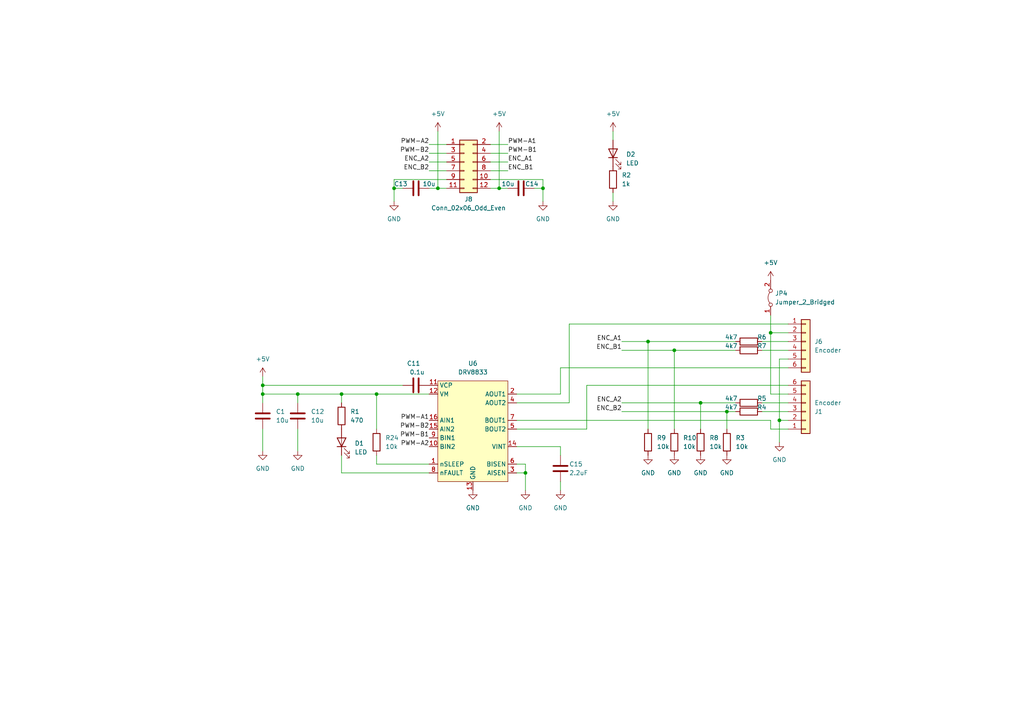
<source format=kicad_sch>
(kicad_sch (version 20230121) (generator eeschema)
  (paper "A4")
  (lib_symbols
    (symbol "B.B-rescue:C-Device-B.B-rescue-B.B-rescue" (pin_numbers hide) (pin_names (offset 0.254))
      (property "Reference" "C" (at 0.635 2.54 0))
      (property "Value" "C-Device-B.B-rescue-B.B-rescue" (at 0.635 -2.54 0))
      (symbol "C-Device-B.B-rescue-B.B-rescue_0_1"
        (polyline (pts (xy -2.032 -0.762) (xy 2.032 -0.762)) (stroke (width 0.508)))
        (polyline (pts (xy -2.032 0.762) (xy 2.032 0.762)) (stroke (width 0.508)))
      )
      (symbol "C-Device-B.B-rescue-B.B-rescue_1_1"
        (pin passive line (at 0 3.81 270) (length 2.794) (name "~") (number "1"))
        (pin passive line (at 0 -3.81 90) (length 2.794) (name "~") (number "2"))
      )
    )
    (symbol "Connector_Generic:Conn_01x06" (pin_names (offset 1.016) hide)
      (property "Reference" "J" (at 0 7.62 0))
      (property "Value" "Conn_01x06" (at 0 -10.16 0))
      (symbol "Conn_01x06_1_1"
        (rectangle (start -1.27 -7.493) (end 0 -7.747) (stroke (width 0.1524)))
        (rectangle (start -1.27 -4.953) (end 0 -5.207) (stroke (width 0.1524)))
        (rectangle (start -1.27 -2.413) (end 0 -2.667) (stroke (width 0.1524)))
        (rectangle (start -1.27 0.127) (end 0 -0.127) (stroke (width 0.1524)))
        (rectangle (start -1.27 2.667) (end 0 2.413) (stroke (width 0.1524)))
        (rectangle (start -1.27 5.207) (end 0 4.953) (stroke (width 0.1524)))
        (rectangle (start -1.27 6.35) (end 1.27 -8.89) (stroke (width 0.254)) (fill (type background)))
        (pin passive line (at -5.08 5.08 0) (length 3.81) (name "Pin_1") (number "1"))
        (pin passive line (at -5.08 2.54 0) (length 3.81) (name "Pin_2") (number "2"))
        (pin passive line (at -5.08 0 0) (length 3.81) (name "Pin_3") (number "3"))
        (pin passive line (at -5.08 -2.54 0) (length 3.81) (name "Pin_4") (number "4"))
        (pin passive line (at -5.08 -5.08 0) (length 3.81) (name "Pin_5") (number "5"))
        (pin passive line (at -5.08 -7.62 0) (length 3.81) (name "Pin_6") (number "6"))
      )
    )
    (symbol "Connector_Generic:Conn_02x06_Odd_Even" (pin_names (offset 1.016) hide)
      (property "Reference" "J" (at 1.27 7.62 0))
      (property "Value" "Conn_02x06_Odd_Even" (at 1.27 -10.16 0))
      (symbol "Conn_02x06_Odd_Even_1_1"
        (rectangle (start -1.27 -7.493) (end 0 -7.747) (stroke (width 0.1524)))
        (rectangle (start -1.27 -4.953) (end 0 -5.207) (stroke (width 0.1524)))
        (rectangle (start -1.27 -2.413) (end 0 -2.667) (stroke (width 0.1524)))
        (rectangle (start -1.27 0.127) (end 0 -0.127) (stroke (width 0.1524)))
        (rectangle (start -1.27 2.667) (end 0 2.413) (stroke (width 0.1524)))
        (rectangle (start -1.27 5.207) (end 0 4.953) (stroke (width 0.1524)))
        (rectangle (start -1.27 6.35) (end 3.81 -8.89) (stroke (width 0.254)) (fill (type background)))
        (rectangle (start 3.81 -7.493) (end 2.54 -7.747) (stroke (width 0.1524)))
        (rectangle (start 3.81 -4.953) (end 2.54 -5.207) (stroke (width 0.1524)))
        (rectangle (start 3.81 -2.413) (end 2.54 -2.667) (stroke (width 0.1524)))
        (rectangle (start 3.81 0.127) (end 2.54 -0.127) (stroke (width 0.1524)))
        (rectangle (start 3.81 2.667) (end 2.54 2.413) (stroke (width 0.1524)))
        (rectangle (start 3.81 5.207) (end 2.54 4.953) (stroke (width 0.1524)))
        (pin passive line (at -5.08 5.08 0) (length 3.81) (name "Pin_1") (number "1"))
        (pin passive line (at 7.62 -5.08 180) (length 3.81) (name "Pin_10") (number "10"))
        (pin passive line (at -5.08 -7.62 0) (length 3.81) (name "Pin_11") (number "11"))
        (pin passive line (at 7.62 -7.62 180) (length 3.81) (name "Pin_12") (number "12"))
        (pin passive line (at 7.62 5.08 180) (length 3.81) (name "Pin_2") (number "2"))
        (pin passive line (at -5.08 2.54 0) (length 3.81) (name "Pin_3") (number "3"))
        (pin passive line (at 7.62 2.54 180) (length 3.81) (name "Pin_4") (number "4"))
        (pin passive line (at -5.08 0 0) (length 3.81) (name "Pin_5") (number "5"))
        (pin passive line (at 7.62 0 180) (length 3.81) (name "Pin_6") (number "6"))
        (pin passive line (at -5.08 -2.54 0) (length 3.81) (name "Pin_7") (number "7"))
        (pin passive line (at 7.62 -2.54 180) (length 3.81) (name "Pin_8") (number "8"))
        (pin passive line (at -5.08 -5.08 0) (length 3.81) (name "Pin_9") (number "9"))
      )
    )
    (symbol "Device:C" (pin_numbers hide) (pin_names (offset 0.254))
      (property "Reference" "C" (at 0.635 2.54 0))
      (property "Value" "C" (at 0.635 -2.54 0))
      (symbol "C_0_1"
        (polyline (pts (xy -2.032 -0.762) (xy 2.032 -0.762)) (stroke (width 0.508)))
        (polyline (pts (xy -2.032 0.762) (xy 2.032 0.762)) (stroke (width 0.508)))
      )
      (symbol "C_1_1"
        (pin passive line (at 0 3.81 270) (length 2.794) (name "~") (number "1"))
        (pin passive line (at 0 -3.81 90) (length 2.794) (name "~") (number "2"))
      )
    )
    (symbol "Device:LED" (pin_numbers hide) (pin_names (offset 1.016) hide)
      (property "Reference" "D" (at 0 2.54 0))
      (property "Value" "LED" (at 0 -2.54 0))
      (symbol "LED_0_1"
        (polyline (pts (xy -1.27 -1.27) (xy -1.27 1.27)) (stroke (width 0.254)))
        (polyline (pts (xy -1.27 0) (xy 1.27 0)))
        (polyline (pts (xy 1.27 -1.27) (xy 1.27 1.27) (xy -1.27 0) (xy 1.27 -1.27)) (stroke (width 0.254)))
        (polyline (pts (xy -3.048 -0.762) (xy -4.572 -2.286) (xy -3.81 -2.286) (xy -4.572 -2.286) (xy -4.572 -1.524)))
        (polyline (pts (xy -1.778 -0.762) (xy -3.302 -2.286) (xy -2.54 -2.286) (xy -3.302 -2.286) (xy -3.302 -1.524)))
      )
      (symbol "LED_1_1"
        (pin passive line (at -3.81 0 0) (length 2.54) (name "K") (number "1"))
        (pin passive line (at 3.81 0 180) (length 2.54) (name "A") (number "2"))
      )
    )
    (symbol "Device:R" (pin_numbers hide) (pin_names (offset 0))
      (property "Reference" "R" (at 2.032 0 90))
      (property "Value" "R" (at 0 0 90))
      (symbol "R_0_1"
        (rectangle (start -1.016 -2.54) (end 1.016 2.54) (stroke (width 0.254)))
      )
      (symbol "R_1_1"
        (pin passive line (at 0 3.81 270) (length 1.27) (name "~") (number "1"))
        (pin passive line (at 0 -3.81 90) (length 1.27) (name "~") (number "2"))
      )
    )
    (symbol "Jumper:Jumper_2_Bridged" (pin_names (offset 0) hide)
      (property "Reference" "JP" (at 0 1.905 0))
      (property "Value" "Jumper_2_Bridged" (at 0 -2.54 0))
      (symbol "Jumper_2_Bridged_0_0"
        (circle (center -2.032 0) (radius 0.508))
        (circle (center 2.032 0) (radius 0.508))
      )
      (symbol "Jumper_2_Bridged_0_1"
        (arc (start 1.524 0.254) (mid 0 0.762) (end -1.524 0.254))
      )
      (symbol "Jumper_2_Bridged_1_1"
        (pin passive line (at -5.08 0 0) (length 2.54) (name "A") (number "1"))
        (pin passive line (at 5.08 0 180) (length 2.54) (name "B") (number "2"))
      )
    )
    (symbol "RKL-MotorDrivers:DRV8833"
      (property "Reference" "U" (at 0 5.08 0))
      (property "Value" "DRV8833" (at 0 2.54 0))
      (symbol "DRV8833_1_1"
        (rectangle (start -10.16 1.27) (end 10.16 -27.94) (fill (type background)))
        (pin input line (at -12.7 -22.86 0) (length 2.54) (name "nSLEEP") (number "1"))
        (pin input line (at -12.7 -17.78 0) (length 2.54) (name "BIN2") (number "10"))
        (pin passive line (at -12.7 0 0) (length 2.54) (name "VCP") (number "11"))
        (pin power_in line (at -12.7 -2.54 0) (length 2.54) (name "VM") (number "12"))
        (pin power_in line (at 0 -30.48 90) (length 2.54) (name "GND") (number "13"))
        (pin passive line (at 12.7 -17.78 180) (length 2.54) (name "VINT") (number "14"))
        (pin input line (at -12.7 -12.7 0) (length 2.54) (name "AIN2") (number "15"))
        (pin input line (at -12.7 -10.16 0) (length 2.54) (name "AIN1") (number "16"))
        (pin power_in line (at 0 -30.48 90) (length 2.54) hide (name "GND") (number "17"))
        (pin power_out line (at 12.7 -2.54 180) (length 2.54) (name "AOUT1") (number "2"))
        (pin passive line (at 12.7 -25.4 180) (length 2.54) (name "AISEN") (number "3"))
        (pin power_out line (at 12.7 -5.08 180) (length 2.54) (name "AOUT2") (number "4"))
        (pin power_out line (at 12.7 -12.7 180) (length 2.54) (name "BOUT2") (number "5"))
        (pin passive line (at 12.7 -22.86 180) (length 2.54) (name "BISEN") (number "6"))
        (pin power_out line (at 12.7 -10.16 180) (length 2.54) (name "BOUT1") (number "7"))
        (pin open_collector line (at -12.7 -25.4 0) (length 2.54) (name "nFAULT") (number "8"))
        (pin input line (at -12.7 -15.24 0) (length 2.54) (name "BIN1") (number "9"))
      )
    )
    (symbol "power:+5V" (power) (pin_names (offset 0))
      (property "Value" "+5V" (at 0 3.556 0))
      (symbol "+5V_0_1"
        (polyline (pts (xy -0.762 1.27) (xy 0 2.54)))
        (polyline (pts (xy 0 0) (xy 0 2.54)))
        (polyline (pts (xy 0 2.54) (xy 0.762 1.27)))
      )
      (symbol "+5V_1_1"
        (pin power_in line (at 0 0 90) (length 0) hide (name "+5V") (number "1"))
      )
    )
    (symbol "power:GND" (power) (pin_names (offset 0))
      (property "Value" "GND" (at 0 -3.81 0))
      (symbol "GND_0_1"
        (polyline (pts (xy 0 0) (xy 0 -1.27) (xy 1.27 -1.27) (xy 0 -2.54) (xy -1.27 -1.27) (xy 0 -1.27)))
      )
      (symbol "GND_1_1"
        (pin power_in line (at 0 0 270) (length 0) hide (name "GND") (number "1"))
      )
    )
  )
  (junction (at 187.96 99.06))
  (junction (at 203.2 116.84))
  (junction (at 157.48 54.61))
  (junction (at 127 54.61))
  (junction (at 99.06 114.3))
  (junction (at 109.22 114.3))
  (junction (at 76.2 111.76))
  (junction (at 152.4 137.16))
  (junction (at 86.36 114.3))
  (junction (at 114.3 54.61))
  (junction (at 210.82 119.38))
  (junction (at 76.2 114.3))
  (junction (at 223.52 96.52))
  (junction (at 226.06 121.92))
  (junction (at 195.58 101.6))
  (junction (at 144.78 54.61))
  (wire (pts (xy 170.18 111.76) (xy 228.6 111.76)))
  (wire (pts (xy 226.06 121.92) (xy 228.6 121.92)))
  (wire (pts (xy 157.48 54.61) (xy 157.48 52.07)))
  (wire (pts (xy 226.06 121.92) (xy 226.06 128.27)))
  (wire (pts (xy 86.36 114.3) (xy 99.06 114.3)))
  (wire (pts (xy 162.56 139.7) (xy 162.56 142.24)))
  (wire (pts (xy 177.8 55.88) (xy 177.8 58.42)))
  (wire (pts (xy 157.48 54.61) (xy 154.94 54.61)))
  (wire (pts (xy 203.2 116.84) (xy 213.36 116.84)))
  (wire (pts (xy 144.78 54.61) (xy 147.32 54.61)))
  (wire (pts (xy 223.52 121.92) (xy 223.52 124.46)))
  (wire (pts (xy 220.98 119.38) (xy 228.6 119.38)))
  (wire (pts (xy 149.86 129.54) (xy 162.56 129.54)))
  (wire (pts (xy 124.46 41.91) (xy 129.54 41.91)))
  (wire (pts (xy 152.4 137.16) (xy 152.4 142.24)))
  (wire (pts (xy 109.22 114.3) (xy 109.22 124.46)))
  (wire (pts (xy 86.36 130.81) (xy 86.36 124.46)))
  (wire (pts (xy 127 38.1) (xy 127 54.61)))
  (wire (pts (xy 187.96 99.06) (xy 213.36 99.06)))
  (wire (pts (xy 99.06 137.16) (xy 124.46 137.16)))
  (wire (pts (xy 152.4 134.62) (xy 152.4 137.16)))
  (wire (pts (xy 228.6 104.14) (xy 226.06 104.14)))
  (wire (pts (xy 165.1 93.98) (xy 228.6 93.98)))
  (wire (pts (xy 76.2 109.22) (xy 76.2 111.76)))
  (wire (pts (xy 210.82 119.38) (xy 213.36 119.38)))
  (wire (pts (xy 220.98 101.6) (xy 228.6 101.6)))
  (wire (pts (xy 142.24 54.61) (xy 144.78 54.61)))
  (wire (pts (xy 170.18 111.76) (xy 170.18 124.46)))
  (wire (pts (xy 165.1 93.98) (xy 165.1 116.84)))
  (wire (pts (xy 124.46 44.45) (xy 129.54 44.45)))
  (wire (pts (xy 144.78 38.1) (xy 144.78 54.61)))
  (wire (pts (xy 223.52 96.52) (xy 228.6 96.52)))
  (wire (pts (xy 195.58 101.6) (xy 195.58 124.46)))
  (wire (pts (xy 76.2 111.76) (xy 76.2 114.3)))
  (wire (pts (xy 76.2 130.81) (xy 76.2 124.46)))
  (wire (pts (xy 124.46 49.53) (xy 129.54 49.53)))
  (wire (pts (xy 114.3 54.61) (xy 114.3 52.07)))
  (wire (pts (xy 99.06 114.3) (xy 99.06 116.84)))
  (wire (pts (xy 162.56 106.68) (xy 228.6 106.68)))
  (wire (pts (xy 152.4 137.16) (xy 149.86 137.16)))
  (wire (pts (xy 147.32 46.99) (xy 142.24 46.99)))
  (wire (pts (xy 109.22 114.3) (xy 124.46 114.3)))
  (wire (pts (xy 124.46 46.99) (xy 129.54 46.99)))
  (wire (pts (xy 223.52 124.46) (xy 228.6 124.46)))
  (wire (pts (xy 226.06 104.14) (xy 226.06 121.92)))
  (wire (pts (xy 147.32 49.53) (xy 142.24 49.53)))
  (wire (pts (xy 99.06 114.3) (xy 109.22 114.3)))
  (wire (pts (xy 177.8 38.1) (xy 177.8 40.64)))
  (wire (pts (xy 147.32 41.91) (xy 142.24 41.91)))
  (wire (pts (xy 157.48 52.07) (xy 142.24 52.07)))
  (wire (pts (xy 124.46 54.61) (xy 127 54.61)))
  (wire (pts (xy 223.52 96.52) (xy 223.52 114.3)))
  (wire (pts (xy 187.96 99.06) (xy 187.96 124.46)))
  (wire (pts (xy 162.56 114.3) (xy 162.56 106.68)))
  (wire (pts (xy 149.86 114.3) (xy 162.56 114.3)))
  (wire (pts (xy 195.58 101.6) (xy 213.36 101.6)))
  (wire (pts (xy 223.52 91.44) (xy 223.52 96.52)))
  (wire (pts (xy 203.2 116.84) (xy 203.2 124.46)))
  (wire (pts (xy 114.3 54.61) (xy 116.84 54.61)))
  (wire (pts (xy 147.32 44.45) (xy 142.24 44.45)))
  (wire (pts (xy 149.86 116.84) (xy 165.1 116.84)))
  (wire (pts (xy 157.48 54.61) (xy 157.48 58.42)))
  (wire (pts (xy 180.34 101.6) (xy 195.58 101.6)))
  (wire (pts (xy 114.3 52.07) (xy 129.54 52.07)))
  (wire (pts (xy 114.3 54.61) (xy 114.3 58.42)))
  (wire (pts (xy 76.2 114.3) (xy 86.36 114.3)))
  (wire (pts (xy 76.2 111.76) (xy 116.84 111.76)))
  (wire (pts (xy 210.82 119.38) (xy 210.82 124.46)))
  (wire (pts (xy 109.22 132.08) (xy 109.22 134.62)))
  (wire (pts (xy 127 54.61) (xy 129.54 54.61)))
  (wire (pts (xy 223.52 114.3) (xy 228.6 114.3)))
  (wire (pts (xy 109.22 134.62) (xy 124.46 134.62)))
  (wire (pts (xy 162.56 129.54) (xy 162.56 132.08)))
  (wire (pts (xy 149.86 121.92) (xy 223.52 121.92)))
  (wire (pts (xy 180.34 119.38) (xy 210.82 119.38)))
  (wire (pts (xy 220.98 99.06) (xy 228.6 99.06)))
  (wire (pts (xy 180.34 99.06) (xy 187.96 99.06)))
  (wire (pts (xy 99.06 132.08) (xy 99.06 137.16)))
  (wire (pts (xy 149.86 134.62) (xy 152.4 134.62)))
  (wire (pts (xy 180.34 116.84) (xy 203.2 116.84)))
  (wire (pts (xy 220.98 116.84) (xy 228.6 116.84)))
  (wire (pts (xy 170.18 124.46) (xy 149.86 124.46)))
  (wire (pts (xy 86.36 114.3) (xy 86.36 116.84)))
  (wire (pts (xy 76.2 114.3) (xy 76.2 116.84)))
  (label "ENC_A1" (at 147.32 46.99 0))
  (label "ENC_B1" (at 180.34 101.6 180))
  (label "PWM-B2" (at 124.46 44.45 180))
  (label "ENC_A2" (at 180.34 116.84 180))
  (label "PWM-A2" (at 124.46 41.91 180))
  (label "ENC_A1" (at 180.34 99.06 180))
  (label "PWM-A2" (at 124.46 129.54 180))
  (label "PWM-B1" (at 124.46 127 180))
  (label "ENC_A2" (at 124.46 46.99 180))
  (label "ENC_B2" (at 180.34 119.38 180))
  (label "PWM-B2" (at 124.46 124.46 180))
  (label "PWM-A1" (at 147.32 41.91 0))
  (label "PWM-B1" (at 147.32 44.45 0))
  (label "PWM-A1" (at 124.46 121.92 180))
  (label "ENC_B2" (at 124.46 49.53 180))
  (label "ENC_B1" (at 147.32 49.53 0))
  (symbol (lib_id "power:+5V") (at 144.78 38.1 0) (unit 1)
    (property "Reference" "#PWR03" (effects hide))
    (property "Value" "+5V" (at 144.78 33.02 0))
  )
  (symbol (lib_id "Device:R") (at 187.96 128.27 0) (unit 1)
    (property "Reference" "R9" (at 190.5 127 0) (effects (justify left)))
    (property "Value" "10k" (at 190.5 129.54 0) (effects (justify left)))
    (property "Footprint" "Resistor_SMD:R_0402_1005Metric" (effects hide))
    (property "Basic/Extended" "B" (effects hide))
    (property "LCSC" "C25744" (effects hide))
  )
  (symbol (lib_id "power:GND") (at 162.56 142.24 0) (unit 1)
    (property "Reference" "#PWR012" (effects hide))
    (property "Value" "GND" (at 162.56 147.32 0))
  )
  (symbol (lib_id "Device:R") (at 217.17 101.6 90) (unit 1)
    (property "Reference" "R7" (at 220.98 100.33 90))
    (property "Value" "4k7" (at 212.09 100.33 90))
    (property "Footprint" "Resistor_SMD:R_0402_1005Metric" (effects hide))
    (property "LCSC" "C25900" (effects hide))
    (property "Basic/Extended" "B" (effects hide))
  )
  (symbol (lib_id "power:GND") (at 114.3 58.42 0) (unit 1)
    (property "Reference" "#PWR04" (effects hide))
    (property "Value" "GND" (at 114.3 63.5 0))
  )
  (symbol (lib_id "Device:C") (at 162.56 135.89 0) (unit 1)
    (property "Reference" "C15" (at 165.1 134.62 0) (effects (justify left)))
    (property "Value" "2.2uF" (at 165.1 137.16 0) (effects (justify left)))
    (property "Footprint" "Capacitor_SMD:C_0603_1608Metric" (effects hide))
    (property "Basic/Extended" "B" (effects hide))
    (property "LCSC" "C23630" (effects hide))
    (property "info" "16V, X5R" (effects hide))
  )
  (symbol (lib_id "power:GND") (at 76.2 130.81 0) (unit 1)
    (property "Reference" "#PWR014" (effects hide))
    (property "Value" "GND" (at 76.2 135.89 0))
  )
  (symbol (lib_id "power:GND") (at 187.96 132.08 0) (unit 1)
    (property "Reference" "#PWR018" (effects hide))
    (property "Value" "GND" (at 187.96 137.16 0))
  )
  (symbol (lib_id "power:+5V") (at 127 38.1 0) (unit 1)
    (property "Reference" "#PWR02" (effects hide))
    (property "Value" "+5V" (at 127 33.02 0))
  )
  (symbol (lib_id "Jumper:Jumper_2_Bridged") (at 223.52 86.36 90) (unit 1)
    (property "Reference" "JP4" (at 224.79 85.09 90) (effects (justify right)))
    (property "Value" "Jumper_2_Bridged" (at 224.79 87.63 90) (effects (justify right)))
    (property "Footprint" "Connector_PinHeader_2.54mm:PinHeader_1x02_P2.54mm_Vertical" (effects hide))
    (property "Basic/Extended" "E" (effects hide))
    (property "LCSC" "C358684" (effects hide))
  )
  (symbol (lib_id "Device:LED") (at 99.06 128.27 90) (unit 1)
    (property "Reference" "D1" (at 102.87 128.5875 90) (effects (justify right)))
    (property "Value" "LED" (at 102.87 131.1275 90) (effects (justify right)))
    (property "Footprint" "LED_SMD:LED_0603_1608Metric" (effects hide))
    (property "LCSC" "C965799" (effects hide))
    (property "Basic/Extended" "E" (effects hide))
  )
  (symbol (lib_id "RKL-MotorDrivers:DRV8833") (at 137.16 111.76 0) (unit 1)
    (property "Reference" "U6" (at 137.16 105.41 0))
    (property "Value" "DRV8833" (at 137.16 107.95 0))
    (property "Footprint" "Package_SO:HTSSOP-16-1EP_4.4x5mm_P0.65mm_EP3.4x5mm_Mask2.46x2.31mm_ThermalVias" (effects hide))
    (property "Datasheet" "https://www.ti.com/lit/ds/symlink/drv8833.pdf?ts=1706616937503&ref_url=https%253A%252F%252Fwww.google.com%252F" (effects hide))
    (property "Basic/Extended" "E" (effects hide))
    (property "LCSC" "C50506" (effects hide))
  )
  (symbol (lib_id "Device:R") (at 195.58 128.27 0) (unit 1)
    (property "Reference" "R10" (at 198.12 127 0) (effects (justify left)))
    (property "Value" "10k" (at 198.12 129.54 0) (effects (justify left)))
    (property "Footprint" "Resistor_SMD:R_0402_1005Metric" (effects hide))
    (property "Basic/Extended" "B" (effects hide))
    (property "LCSC" "C25744" (effects hide))
  )
  (symbol (lib_id "B.B-rescue:C-Device-B.B-rescue-B.B-rescue") (at 120.65 111.76 90) (unit 1)
    (property "Reference" "C11" (at 121.92 105.41 90) (effects (justify left)))
    (property "Value" "0.1u" (at 123.19 107.95 90) (effects (justify left)))
    (property "Footprint" "Capacitor_SMD:C_0402_1005Metric" (effects hide))
    (property "LCSC" "C1525" (effects hide))
    (property "Basic/Extended" "B" (effects hide))
    (property "info" "16V, X7R" (effects hide))
  )
  (symbol (lib_id "power:GND") (at 226.06 128.27 0) (unit 1)
    (property "Reference" "#PWR013" (effects hide))
    (property "Value" "GND" (at 226.06 133.35 0))
  )
  (symbol (lib_id "Device:R") (at 217.17 99.06 90) (unit 1)
    (property "Reference" "R6" (at 220.98 97.79 90))
    (property "Value" "4k7" (at 212.09 97.79 90))
    (property "Footprint" "Resistor_SMD:R_0402_1005Metric" (effects hide))
    (property "LCSC" "C25900" (effects hide))
    (property "Basic/Extended" "B" (effects hide))
  )
  (symbol (lib_id "power:GND") (at 203.2 132.08 0) (unit 1)
    (property "Reference" "#PWR016" (effects hide))
    (property "Value" "GND" (at 203.2 137.16 0))
  )
  (symbol (lib_id "power:GND") (at 177.8 58.42 0) (unit 1)
    (property "Reference" "#PWR06" (effects hide))
    (property "Value" "GND" (at 177.8 63.5 0))
  )
  (symbol (lib_id "Device:R") (at 203.2 128.27 0) (unit 1)
    (property "Reference" "R8" (at 205.74 127 0) (effects (justify left)))
    (property "Value" "10k" (at 205.74 129.54 0) (effects (justify left)))
    (property "Footprint" "Resistor_SMD:R_0402_1005Metric" (effects hide))
    (property "Basic/Extended" "B" (effects hide))
    (property "LCSC" "C25744" (effects hide))
  )
  (symbol (lib_id "Device:R") (at 109.22 128.27 0) (unit 1)
    (property "Reference" "R24" (at 111.76 127 0) (effects (justify left)))
    (property "Value" "10k" (at 111.76 129.54 0) (effects (justify left)))
    (property "Footprint" "Resistor_SMD:R_0402_1005Metric" (effects hide))
    (property "Basic/Extended" "B" (effects hide))
    (property "LCSC" "C25744" (effects hide))
  )
  (symbol (lib_id "power:+5V") (at 223.52 81.28 0) (unit 1)
    (property "Reference" "#PWR08" (effects hide))
    (property "Value" "+5V" (at 223.52 76.2 0))
  )
  (symbol (lib_id "Device:LED") (at 177.8 44.45 90) (unit 1)
    (property "Reference" "D2" (at 181.61 44.7675 90) (effects (justify right)))
    (property "Value" "LED" (at 181.61 47.3075 90) (effects (justify right)))
    (property "Footprint" "LED_SMD:LED_0603_1608Metric" (effects hide))
    (property "LCSC" "C965805" (effects hide))
    (property "Basic/Extended" "E" (effects hide))
  )
  (symbol (lib_id "Device:R") (at 217.17 116.84 90) (unit 1)
    (property "Reference" "R5" (at 220.98 115.57 90))
    (property "Value" "4k7" (at 212.09 115.57 90))
    (property "Footprint" "Resistor_SMD:R_0402_1005Metric" (effects hide))
    (property "LCSC" "C25900" (effects hide))
    (property "Basic/Extended" "B" (effects hide))
  )
  (symbol (lib_id "Connector_Generic:Conn_02x06_Odd_Even") (at 134.62 46.99 0) (unit 1)
    (property "Reference" "J8" (at 135.89 57.785 0))
    (property "Value" "Conn_02x06_Odd_Even" (at 135.89 60.325 0))
    (property "Footprint" "Connector_PinHeader_2.54mm:PinHeader_2x06_P2.54mm_Horizontal" (effects hide))
    (property "LCSC" "C124388" (effects hide))
    (property "Basic/Extended" "E" (effects hide))
  )
  (symbol (lib_id "Device:C") (at 120.65 54.61 270) (unit 1)
    (property "Reference" "C13" (at 114.3 53.34 90) (effects (justify left)))
    (property "Value" "10u" (at 122.555 53.34 90) (effects (justify left)))
    (property "Footprint" "Capacitor_SMD:C_0603_1608Metric" (effects hide))
    (property "LCSC" "C96446" (effects hide))
    (property "Basic/Extended" "B" (effects hide))
    (property "info" "25V, X5R" (effects hide))
  )
  (symbol (lib_id "Device:C") (at 151.13 54.61 90) (mirror x) (unit 1)
    (property "Reference" "C14" (at 156.21 53.34 90) (effects (justify left)))
    (property "Value" "10u" (at 149.225 53.34 90) (effects (justify left)))
    (property "Footprint" "Capacitor_SMD:C_0603_1608Metric" (effects hide))
    (property "LCSC" "C96446" (effects hide))
    (property "Basic/Extended" "B" (effects hide))
    (property "info" "25V, X5R" (effects hide))
  )
  (symbol (lib_id "Device:R") (at 217.17 119.38 90) (unit 1)
    (property "Reference" "R4" (at 220.98 118.11 90))
    (property "Value" "4k7" (at 212.09 118.11 90))
    (property "Footprint" "Resistor_SMD:R_0402_1005Metric" (effects hide))
    (property "LCSC" "C25900" (effects hide))
    (property "Basic/Extended" "B" (effects hide))
  )
  (symbol (lib_id "power:GND") (at 157.48 58.42 0) (unit 1)
    (property "Reference" "#PWR05" (effects hide))
    (property "Value" "GND" (at 157.48 63.5 0))
  )
  (symbol (lib_id "power:GND") (at 152.4 142.24 0) (unit 1)
    (property "Reference" "#PWR011" (effects hide))
    (property "Value" "GND" (at 152.4 147.32 0))
  )
  (symbol (lib_id "power:+5V") (at 177.8 38.1 0) (unit 1)
    (property "Reference" "#PWR07" (effects hide))
    (property "Value" "+5V" (at 177.8 33.02 0))
  )
  (symbol (lib_id "Connector_Generic:Conn_01x06") (at 233.68 119.38 0) (mirror x) (unit 1)
    (property "Reference" "J1" (at 236.22 119.38 0) (effects (justify left)))
    (property "Value" "Encoder" (at 236.22 116.84 0) (effects (justify left)))
    (property "Footprint" "Connector_JST:JST_PH_B6B-PH-K_1x06_P2.00mm_Vertical" (effects hide))
    (property "LCSC" "C131342" (effects hide))
    (property "Basic/Extended" "E" (effects hide))
    (property "JLCPCB_CORRECTION" "0;0;180" (effects hide))
  )
  (symbol (lib_id "Device:R") (at 177.8 52.07 0) (unit 1)
    (property "Reference" "R2" (at 180.34 50.8 0) (effects (justify left)))
    (property "Value" "1k" (at 180.34 53.34 0) (effects (justify left)))
    (property "Footprint" "Resistor_SMD:R_0603_1608Metric" (effects hide))
    (property "LCSC" "C72038" (effects hide))
    (property "Basic/Extended" "B" (effects hide))
  )
  (symbol (lib_id "power:+5V") (at 76.2 109.22 0) (unit 1)
    (property "Reference" "#PWR01" (effects hide))
    (property "Value" "+5V" (at 76.2 104.14 0))
  )
  (symbol (lib_id "power:GND") (at 137.16 142.24 0) (unit 1)
    (property "Reference" "#PWR010" (effects hide))
    (property "Value" "GND" (at 137.16 147.32 0))
  )
  (symbol (lib_id "power:GND") (at 86.36 130.81 0) (unit 1)
    (property "Reference" "#PWR09" (effects hide))
    (property "Value" "GND" (at 86.36 135.89 0))
  )
  (symbol (lib_id "Device:R") (at 210.82 128.27 0) (unit 1)
    (property "Reference" "R3" (at 213.36 127 0) (effects (justify left)))
    (property "Value" "10k" (at 213.36 129.54 0) (effects (justify left)))
    (property "Footprint" "Resistor_SMD:R_0402_1005Metric" (effects hide))
    (property "Basic/Extended" "B" (effects hide))
    (property "LCSC" "C25744" (effects hide))
  )
  (symbol (lib_id "Device:C") (at 76.2 120.65 0) (unit 1)
    (property "Reference" "C1" (at 80.01 119.38 0) (effects (justify left)))
    (property "Value" "10u" (at 80.01 121.92 0) (effects (justify left)))
    (property "Footprint" "Capacitor_SMD:C_0603_1608Metric" (effects hide))
    (property "Basic/Extended" "B" (effects hide))
    (property "LCSC" "C96446" (effects hide))
    (property "info" "25V, X5R" (effects hide))
  )
  (symbol (lib_id "Connector_Generic:Conn_01x06") (at 233.68 99.06 0) (unit 1)
    (property "Reference" "J6" (at 236.22 99.06 0) (effects (justify left)))
    (property "Value" "Encoder" (at 236.22 101.6 0) (effects (justify left)))
    (property "Footprint" "Connector_JST:JST_PH_B6B-PH-K_1x06_P2.00mm_Vertical" (effects hide))
    (property "LCSC" "C131342" (effects hide))
    (property "Basic/Extended" "E" (effects hide))
    (property "JLCPCB_CORRECTION" "0;0;180" (effects hide))
  )
  (symbol (lib_id "power:GND") (at 210.82 132.08 0) (unit 1)
    (property "Reference" "#PWR015" (effects hide))
    (property "Value" "GND" (at 210.82 137.16 0))
  )
  (symbol (lib_id "power:GND") (at 195.58 132.08 0) (unit 1)
    (property "Reference" "#PWR017" (effects hide))
    (property "Value" "GND" (at 195.58 137.16 0))
  )
  (symbol (lib_id "Device:R") (at 99.06 120.65 0) (unit 1)
    (property "Reference" "R1" (at 101.6 119.38 0) (effects (justify left)))
    (property "Value" "470" (at 101.6 121.92 0) (effects (justify left)))
    (property "Footprint" "Resistor_SMD:R_0603_1608Metric" (effects hide))
    (property "LCSC" "C23179" (effects hide))
    (property "Basic/Extended" "B" (effects hide))
  )
  (symbol (lib_id "Device:C") (at 86.36 120.65 0) (unit 1)
    (property "Reference" "C12" (at 90.17 119.38 0) (effects (justify left)))
    (property "Value" "10u" (at 90.17 121.92 0) (effects (justify left)))
    (property "Footprint" "Capacitor_SMD:C_0603_1608Metric" (effects hide))
    (property "Basic/Extended" "B" (effects hide))
    (property "LCSC" "C96446" (effects hide))
    (property "info" "25V, X5R" (effects hide))
  )
)
</source>
